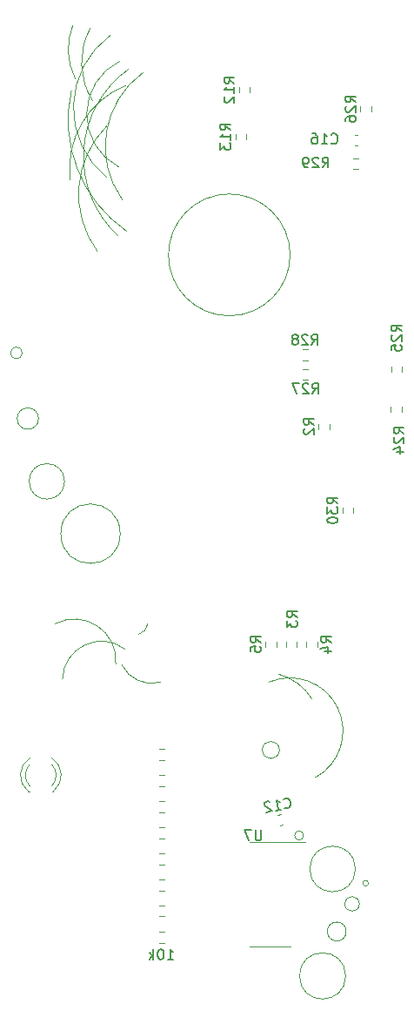
<source format=gbr>
G04 #@! TF.GenerationSoftware,KiCad,Pcbnew,7.0.9*
G04 #@! TF.CreationDate,2023-11-26T15:03:03-05:00*
G04 #@! TF.ProjectId,ESP32_AudioBoard_Rev3,45535033-325f-4417-9564-696f426f6172,rev?*
G04 #@! TF.SameCoordinates,Original*
G04 #@! TF.FileFunction,Legend,Bot*
G04 #@! TF.FilePolarity,Positive*
%FSLAX46Y46*%
G04 Gerber Fmt 4.6, Leading zero omitted, Abs format (unit mm)*
G04 Created by KiCad (PCBNEW 7.0.9) date 2023-11-26 15:03:03*
%MOMM*%
%LPD*%
G01*
G04 APERTURE LIST*
%ADD10C,0.120000*%
%ADD11C,0.150000*%
G04 APERTURE END LIST*
D10*
X19631681Y-27045938D02*
G75*
G03*
X25030000Y-40749999I12848319J-2854062D01*
G01*
X43377159Y-93855953D02*
G75*
G03*
X38840000Y-84580001I-2477159J4535953D01*
G01*
X25210001Y-24960001D02*
G75*
G03*
X24167420Y-41173609I6059999J-8529999D01*
G01*
X43050000Y-86210000D02*
G75*
G03*
X39795511Y-83795039I-4690000J-2920000D01*
G01*
X24383475Y-70140000D02*
G75*
G03*
X24383475Y-70140000I-2893475J0D01*
G01*
X16427545Y-58950000D02*
G75*
G03*
X16427545Y-58950000I-1037545J0D01*
G01*
X21497871Y-20951917D02*
G75*
G03*
X21710000Y-28060000I6002129J-3378083D01*
G01*
X26629527Y-25284658D02*
G75*
G03*
X24580002Y-37659999I5180473J-7215342D01*
G01*
X46379239Y-108820000D02*
G75*
G03*
X46379239Y-108820000I-919239J0D01*
G01*
X24356362Y-24186672D02*
G75*
G03*
X24230000Y-34470000I2513638J-5173328D01*
G01*
X23073414Y-30492286D02*
G75*
G03*
X22160001Y-42679999I6666586J-6627714D01*
G01*
X24534144Y-82878900D02*
G75*
G03*
X28310000Y-84580000I2905856J1408900D01*
G01*
X46324393Y-113140000D02*
G75*
G03*
X46324393Y-113140000I-2244393J0D01*
G01*
X23433717Y-21674388D02*
G75*
G03*
X23060001Y-35499999I5096283J-7055612D01*
G01*
X24860000Y-81370000D02*
G75*
G03*
X18764662Y-84313788I-2300000J-3020000D01*
G01*
X47280315Y-102740000D02*
G75*
G03*
X47280315Y-102740000I-2220315J0D01*
G01*
X42228406Y-99480000D02*
G75*
G03*
X42228406Y-99480000I-438406J0D01*
G01*
X47667248Y-106140000D02*
G75*
G03*
X47667248Y-106140000I-707248J0D01*
G01*
X40921934Y-43030000D02*
G75*
G03*
X40921934Y-43030000I-5921934J0D01*
G01*
X14858705Y-52560000D02*
G75*
G03*
X14858705Y-52560000I-578705J0D01*
G01*
X26186577Y-79910232D02*
G75*
G03*
X27059998Y-78930000I-326577J1170232D01*
G01*
X23949999Y-82830000D02*
G75*
G03*
X18068004Y-78883682I-4029999J350000D01*
G01*
X18962556Y-65050000D02*
G75*
G03*
X18962556Y-65050000I-1722556J0D01*
G01*
X24967243Y-26537094D02*
G75*
G03*
X19520000Y-35770000I3202757J-8112906D01*
G01*
X19770466Y-20690603D02*
G75*
G03*
X20010000Y-25900000I5889534J-2339397D01*
G01*
X39882406Y-91170000D02*
G75*
G03*
X39882406Y-91170000I-832406J0D01*
G01*
X48545862Y-104120000D02*
G75*
G03*
X48545862Y-104120000I-275862J0D01*
G01*
D11*
X28989411Y-111539819D02*
X29560839Y-111539819D01*
X29275125Y-111539819D02*
X29275125Y-110539819D01*
X29275125Y-110539819D02*
X29370363Y-110682676D01*
X29370363Y-110682676D02*
X29465601Y-110777914D01*
X29465601Y-110777914D02*
X29560839Y-110825533D01*
X28370363Y-110539819D02*
X28275125Y-110539819D01*
X28275125Y-110539819D02*
X28179887Y-110587438D01*
X28179887Y-110587438D02*
X28132268Y-110635057D01*
X28132268Y-110635057D02*
X28084649Y-110730295D01*
X28084649Y-110730295D02*
X28037030Y-110920771D01*
X28037030Y-110920771D02*
X28037030Y-111158866D01*
X28037030Y-111158866D02*
X28084649Y-111349342D01*
X28084649Y-111349342D02*
X28132268Y-111444580D01*
X28132268Y-111444580D02*
X28179887Y-111492200D01*
X28179887Y-111492200D02*
X28275125Y-111539819D01*
X28275125Y-111539819D02*
X28370363Y-111539819D01*
X28370363Y-111539819D02*
X28465601Y-111492200D01*
X28465601Y-111492200D02*
X28513220Y-111444580D01*
X28513220Y-111444580D02*
X28560839Y-111349342D01*
X28560839Y-111349342D02*
X28608458Y-111158866D01*
X28608458Y-111158866D02*
X28608458Y-110920771D01*
X28608458Y-110920771D02*
X28560839Y-110730295D01*
X28560839Y-110730295D02*
X28513220Y-110635057D01*
X28513220Y-110635057D02*
X28465601Y-110587438D01*
X28465601Y-110587438D02*
X28370363Y-110539819D01*
X27608458Y-111539819D02*
X27608458Y-110539819D01*
X27513220Y-111158866D02*
X27227506Y-111539819D01*
X27227506Y-110873152D02*
X27608458Y-111254104D01*
X44062857Y-34544819D02*
X44396190Y-34068628D01*
X44634285Y-34544819D02*
X44634285Y-33544819D01*
X44634285Y-33544819D02*
X44253333Y-33544819D01*
X44253333Y-33544819D02*
X44158095Y-33592438D01*
X44158095Y-33592438D02*
X44110476Y-33640057D01*
X44110476Y-33640057D02*
X44062857Y-33735295D01*
X44062857Y-33735295D02*
X44062857Y-33878152D01*
X44062857Y-33878152D02*
X44110476Y-33973390D01*
X44110476Y-33973390D02*
X44158095Y-34021009D01*
X44158095Y-34021009D02*
X44253333Y-34068628D01*
X44253333Y-34068628D02*
X44634285Y-34068628D01*
X43681904Y-33640057D02*
X43634285Y-33592438D01*
X43634285Y-33592438D02*
X43539047Y-33544819D01*
X43539047Y-33544819D02*
X43300952Y-33544819D01*
X43300952Y-33544819D02*
X43205714Y-33592438D01*
X43205714Y-33592438D02*
X43158095Y-33640057D01*
X43158095Y-33640057D02*
X43110476Y-33735295D01*
X43110476Y-33735295D02*
X43110476Y-33830533D01*
X43110476Y-33830533D02*
X43158095Y-33973390D01*
X43158095Y-33973390D02*
X43729523Y-34544819D01*
X43729523Y-34544819D02*
X43110476Y-34544819D01*
X42634285Y-34544819D02*
X42443809Y-34544819D01*
X42443809Y-34544819D02*
X42348571Y-34497200D01*
X42348571Y-34497200D02*
X42300952Y-34449580D01*
X42300952Y-34449580D02*
X42205714Y-34306723D01*
X42205714Y-34306723D02*
X42158095Y-34116247D01*
X42158095Y-34116247D02*
X42158095Y-33735295D01*
X42158095Y-33735295D02*
X42205714Y-33640057D01*
X42205714Y-33640057D02*
X42253333Y-33592438D01*
X42253333Y-33592438D02*
X42348571Y-33544819D01*
X42348571Y-33544819D02*
X42539047Y-33544819D01*
X42539047Y-33544819D02*
X42634285Y-33592438D01*
X42634285Y-33592438D02*
X42681904Y-33640057D01*
X42681904Y-33640057D02*
X42729523Y-33735295D01*
X42729523Y-33735295D02*
X42729523Y-33973390D01*
X42729523Y-33973390D02*
X42681904Y-34068628D01*
X42681904Y-34068628D02*
X42634285Y-34116247D01*
X42634285Y-34116247D02*
X42539047Y-34163866D01*
X42539047Y-34163866D02*
X42348571Y-34163866D01*
X42348571Y-34163866D02*
X42253333Y-34116247D01*
X42253333Y-34116247D02*
X42205714Y-34068628D01*
X42205714Y-34068628D02*
X42158095Y-33973390D01*
X43012857Y-51764819D02*
X43346190Y-51288628D01*
X43584285Y-51764819D02*
X43584285Y-50764819D01*
X43584285Y-50764819D02*
X43203333Y-50764819D01*
X43203333Y-50764819D02*
X43108095Y-50812438D01*
X43108095Y-50812438D02*
X43060476Y-50860057D01*
X43060476Y-50860057D02*
X43012857Y-50955295D01*
X43012857Y-50955295D02*
X43012857Y-51098152D01*
X43012857Y-51098152D02*
X43060476Y-51193390D01*
X43060476Y-51193390D02*
X43108095Y-51241009D01*
X43108095Y-51241009D02*
X43203333Y-51288628D01*
X43203333Y-51288628D02*
X43584285Y-51288628D01*
X42631904Y-50860057D02*
X42584285Y-50812438D01*
X42584285Y-50812438D02*
X42489047Y-50764819D01*
X42489047Y-50764819D02*
X42250952Y-50764819D01*
X42250952Y-50764819D02*
X42155714Y-50812438D01*
X42155714Y-50812438D02*
X42108095Y-50860057D01*
X42108095Y-50860057D02*
X42060476Y-50955295D01*
X42060476Y-50955295D02*
X42060476Y-51050533D01*
X42060476Y-51050533D02*
X42108095Y-51193390D01*
X42108095Y-51193390D02*
X42679523Y-51764819D01*
X42679523Y-51764819D02*
X42060476Y-51764819D01*
X41489047Y-51193390D02*
X41584285Y-51145771D01*
X41584285Y-51145771D02*
X41631904Y-51098152D01*
X41631904Y-51098152D02*
X41679523Y-51002914D01*
X41679523Y-51002914D02*
X41679523Y-50955295D01*
X41679523Y-50955295D02*
X41631904Y-50860057D01*
X41631904Y-50860057D02*
X41584285Y-50812438D01*
X41584285Y-50812438D02*
X41489047Y-50764819D01*
X41489047Y-50764819D02*
X41298571Y-50764819D01*
X41298571Y-50764819D02*
X41203333Y-50812438D01*
X41203333Y-50812438D02*
X41155714Y-50860057D01*
X41155714Y-50860057D02*
X41108095Y-50955295D01*
X41108095Y-50955295D02*
X41108095Y-51002914D01*
X41108095Y-51002914D02*
X41155714Y-51098152D01*
X41155714Y-51098152D02*
X41203333Y-51145771D01*
X41203333Y-51145771D02*
X41298571Y-51193390D01*
X41298571Y-51193390D02*
X41489047Y-51193390D01*
X41489047Y-51193390D02*
X41584285Y-51241009D01*
X41584285Y-51241009D02*
X41631904Y-51288628D01*
X41631904Y-51288628D02*
X41679523Y-51383866D01*
X41679523Y-51383866D02*
X41679523Y-51574342D01*
X41679523Y-51574342D02*
X41631904Y-51669580D01*
X41631904Y-51669580D02*
X41584285Y-51717200D01*
X41584285Y-51717200D02*
X41489047Y-51764819D01*
X41489047Y-51764819D02*
X41298571Y-51764819D01*
X41298571Y-51764819D02*
X41203333Y-51717200D01*
X41203333Y-51717200D02*
X41155714Y-51669580D01*
X41155714Y-51669580D02*
X41108095Y-51574342D01*
X41108095Y-51574342D02*
X41108095Y-51383866D01*
X41108095Y-51383866D02*
X41155714Y-51288628D01*
X41155714Y-51288628D02*
X41203333Y-51241009D01*
X41203333Y-51241009D02*
X41298571Y-51193390D01*
X41594819Y-78273333D02*
X41118628Y-77940000D01*
X41594819Y-77701905D02*
X40594819Y-77701905D01*
X40594819Y-77701905D02*
X40594819Y-78082857D01*
X40594819Y-78082857D02*
X40642438Y-78178095D01*
X40642438Y-78178095D02*
X40690057Y-78225714D01*
X40690057Y-78225714D02*
X40785295Y-78273333D01*
X40785295Y-78273333D02*
X40928152Y-78273333D01*
X40928152Y-78273333D02*
X41023390Y-78225714D01*
X41023390Y-78225714D02*
X41071009Y-78178095D01*
X41071009Y-78178095D02*
X41118628Y-78082857D01*
X41118628Y-78082857D02*
X41118628Y-77701905D01*
X40594819Y-78606667D02*
X40594819Y-79225714D01*
X40594819Y-79225714D02*
X40975771Y-78892381D01*
X40975771Y-78892381D02*
X40975771Y-79035238D01*
X40975771Y-79035238D02*
X41023390Y-79130476D01*
X41023390Y-79130476D02*
X41071009Y-79178095D01*
X41071009Y-79178095D02*
X41166247Y-79225714D01*
X41166247Y-79225714D02*
X41404342Y-79225714D01*
X41404342Y-79225714D02*
X41499580Y-79178095D01*
X41499580Y-79178095D02*
X41547200Y-79130476D01*
X41547200Y-79130476D02*
X41594819Y-79035238D01*
X41594819Y-79035238D02*
X41594819Y-78749524D01*
X41594819Y-78749524D02*
X41547200Y-78654286D01*
X41547200Y-78654286D02*
X41499580Y-78606667D01*
X35124819Y-30887142D02*
X34648628Y-30553809D01*
X35124819Y-30315714D02*
X34124819Y-30315714D01*
X34124819Y-30315714D02*
X34124819Y-30696666D01*
X34124819Y-30696666D02*
X34172438Y-30791904D01*
X34172438Y-30791904D02*
X34220057Y-30839523D01*
X34220057Y-30839523D02*
X34315295Y-30887142D01*
X34315295Y-30887142D02*
X34458152Y-30887142D01*
X34458152Y-30887142D02*
X34553390Y-30839523D01*
X34553390Y-30839523D02*
X34601009Y-30791904D01*
X34601009Y-30791904D02*
X34648628Y-30696666D01*
X34648628Y-30696666D02*
X34648628Y-30315714D01*
X35124819Y-31839523D02*
X35124819Y-31268095D01*
X35124819Y-31553809D02*
X34124819Y-31553809D01*
X34124819Y-31553809D02*
X34267676Y-31458571D01*
X34267676Y-31458571D02*
X34362914Y-31363333D01*
X34362914Y-31363333D02*
X34410533Y-31268095D01*
X34124819Y-32172857D02*
X34124819Y-32791904D01*
X34124819Y-32791904D02*
X34505771Y-32458571D01*
X34505771Y-32458571D02*
X34505771Y-32601428D01*
X34505771Y-32601428D02*
X34553390Y-32696666D01*
X34553390Y-32696666D02*
X34601009Y-32744285D01*
X34601009Y-32744285D02*
X34696247Y-32791904D01*
X34696247Y-32791904D02*
X34934342Y-32791904D01*
X34934342Y-32791904D02*
X35029580Y-32744285D01*
X35029580Y-32744285D02*
X35077200Y-32696666D01*
X35077200Y-32696666D02*
X35124819Y-32601428D01*
X35124819Y-32601428D02*
X35124819Y-32315714D01*
X35124819Y-32315714D02*
X35077200Y-32220476D01*
X35077200Y-32220476D02*
X35029580Y-32172857D01*
X43234819Y-59533333D02*
X42758628Y-59200000D01*
X43234819Y-58961905D02*
X42234819Y-58961905D01*
X42234819Y-58961905D02*
X42234819Y-59342857D01*
X42234819Y-59342857D02*
X42282438Y-59438095D01*
X42282438Y-59438095D02*
X42330057Y-59485714D01*
X42330057Y-59485714D02*
X42425295Y-59533333D01*
X42425295Y-59533333D02*
X42568152Y-59533333D01*
X42568152Y-59533333D02*
X42663390Y-59485714D01*
X42663390Y-59485714D02*
X42711009Y-59438095D01*
X42711009Y-59438095D02*
X42758628Y-59342857D01*
X42758628Y-59342857D02*
X42758628Y-58961905D01*
X42330057Y-59914286D02*
X42282438Y-59961905D01*
X42282438Y-59961905D02*
X42234819Y-60057143D01*
X42234819Y-60057143D02*
X42234819Y-60295238D01*
X42234819Y-60295238D02*
X42282438Y-60390476D01*
X42282438Y-60390476D02*
X42330057Y-60438095D01*
X42330057Y-60438095D02*
X42425295Y-60485714D01*
X42425295Y-60485714D02*
X42520533Y-60485714D01*
X42520533Y-60485714D02*
X42663390Y-60438095D01*
X42663390Y-60438095D02*
X43234819Y-59866667D01*
X43234819Y-59866667D02*
X43234819Y-60485714D01*
X44922857Y-32139580D02*
X44970476Y-32187200D01*
X44970476Y-32187200D02*
X45113333Y-32234819D01*
X45113333Y-32234819D02*
X45208571Y-32234819D01*
X45208571Y-32234819D02*
X45351428Y-32187200D01*
X45351428Y-32187200D02*
X45446666Y-32091961D01*
X45446666Y-32091961D02*
X45494285Y-31996723D01*
X45494285Y-31996723D02*
X45541904Y-31806247D01*
X45541904Y-31806247D02*
X45541904Y-31663390D01*
X45541904Y-31663390D02*
X45494285Y-31472914D01*
X45494285Y-31472914D02*
X45446666Y-31377676D01*
X45446666Y-31377676D02*
X45351428Y-31282438D01*
X45351428Y-31282438D02*
X45208571Y-31234819D01*
X45208571Y-31234819D02*
X45113333Y-31234819D01*
X45113333Y-31234819D02*
X44970476Y-31282438D01*
X44970476Y-31282438D02*
X44922857Y-31330057D01*
X43970476Y-32234819D02*
X44541904Y-32234819D01*
X44256190Y-32234819D02*
X44256190Y-31234819D01*
X44256190Y-31234819D02*
X44351428Y-31377676D01*
X44351428Y-31377676D02*
X44446666Y-31472914D01*
X44446666Y-31472914D02*
X44541904Y-31520533D01*
X43113333Y-31234819D02*
X43303809Y-31234819D01*
X43303809Y-31234819D02*
X43399047Y-31282438D01*
X43399047Y-31282438D02*
X43446666Y-31330057D01*
X43446666Y-31330057D02*
X43541904Y-31472914D01*
X43541904Y-31472914D02*
X43589523Y-31663390D01*
X43589523Y-31663390D02*
X43589523Y-32044342D01*
X43589523Y-32044342D02*
X43541904Y-32139580D01*
X43541904Y-32139580D02*
X43494285Y-32187200D01*
X43494285Y-32187200D02*
X43399047Y-32234819D01*
X43399047Y-32234819D02*
X43208571Y-32234819D01*
X43208571Y-32234819D02*
X43113333Y-32187200D01*
X43113333Y-32187200D02*
X43065714Y-32139580D01*
X43065714Y-32139580D02*
X43018095Y-32044342D01*
X43018095Y-32044342D02*
X43018095Y-31806247D01*
X43018095Y-31806247D02*
X43065714Y-31711009D01*
X43065714Y-31711009D02*
X43113333Y-31663390D01*
X43113333Y-31663390D02*
X43208571Y-31615771D01*
X43208571Y-31615771D02*
X43399047Y-31615771D01*
X43399047Y-31615771D02*
X43494285Y-31663390D01*
X43494285Y-31663390D02*
X43541904Y-31711009D01*
X43541904Y-31711009D02*
X43589523Y-31806247D01*
X35494819Y-26337142D02*
X35018628Y-26003809D01*
X35494819Y-25765714D02*
X34494819Y-25765714D01*
X34494819Y-25765714D02*
X34494819Y-26146666D01*
X34494819Y-26146666D02*
X34542438Y-26241904D01*
X34542438Y-26241904D02*
X34590057Y-26289523D01*
X34590057Y-26289523D02*
X34685295Y-26337142D01*
X34685295Y-26337142D02*
X34828152Y-26337142D01*
X34828152Y-26337142D02*
X34923390Y-26289523D01*
X34923390Y-26289523D02*
X34971009Y-26241904D01*
X34971009Y-26241904D02*
X35018628Y-26146666D01*
X35018628Y-26146666D02*
X35018628Y-25765714D01*
X35494819Y-27289523D02*
X35494819Y-26718095D01*
X35494819Y-27003809D02*
X34494819Y-27003809D01*
X34494819Y-27003809D02*
X34637676Y-26908571D01*
X34637676Y-26908571D02*
X34732914Y-26813333D01*
X34732914Y-26813333D02*
X34780533Y-26718095D01*
X34590057Y-27670476D02*
X34542438Y-27718095D01*
X34542438Y-27718095D02*
X34494819Y-27813333D01*
X34494819Y-27813333D02*
X34494819Y-28051428D01*
X34494819Y-28051428D02*
X34542438Y-28146666D01*
X34542438Y-28146666D02*
X34590057Y-28194285D01*
X34590057Y-28194285D02*
X34685295Y-28241904D01*
X34685295Y-28241904D02*
X34780533Y-28241904D01*
X34780533Y-28241904D02*
X34923390Y-28194285D01*
X34923390Y-28194285D02*
X35494819Y-27622857D01*
X35494819Y-27622857D02*
X35494819Y-28241904D01*
X45544819Y-67217142D02*
X45068628Y-66883809D01*
X45544819Y-66645714D02*
X44544819Y-66645714D01*
X44544819Y-66645714D02*
X44544819Y-67026666D01*
X44544819Y-67026666D02*
X44592438Y-67121904D01*
X44592438Y-67121904D02*
X44640057Y-67169523D01*
X44640057Y-67169523D02*
X44735295Y-67217142D01*
X44735295Y-67217142D02*
X44878152Y-67217142D01*
X44878152Y-67217142D02*
X44973390Y-67169523D01*
X44973390Y-67169523D02*
X45021009Y-67121904D01*
X45021009Y-67121904D02*
X45068628Y-67026666D01*
X45068628Y-67026666D02*
X45068628Y-66645714D01*
X44544819Y-67550476D02*
X44544819Y-68169523D01*
X44544819Y-68169523D02*
X44925771Y-67836190D01*
X44925771Y-67836190D02*
X44925771Y-67979047D01*
X44925771Y-67979047D02*
X44973390Y-68074285D01*
X44973390Y-68074285D02*
X45021009Y-68121904D01*
X45021009Y-68121904D02*
X45116247Y-68169523D01*
X45116247Y-68169523D02*
X45354342Y-68169523D01*
X45354342Y-68169523D02*
X45449580Y-68121904D01*
X45449580Y-68121904D02*
X45497200Y-68074285D01*
X45497200Y-68074285D02*
X45544819Y-67979047D01*
X45544819Y-67979047D02*
X45544819Y-67693333D01*
X45544819Y-67693333D02*
X45497200Y-67598095D01*
X45497200Y-67598095D02*
X45449580Y-67550476D01*
X44544819Y-68788571D02*
X44544819Y-68883809D01*
X44544819Y-68883809D02*
X44592438Y-68979047D01*
X44592438Y-68979047D02*
X44640057Y-69026666D01*
X44640057Y-69026666D02*
X44735295Y-69074285D01*
X44735295Y-69074285D02*
X44925771Y-69121904D01*
X44925771Y-69121904D02*
X45163866Y-69121904D01*
X45163866Y-69121904D02*
X45354342Y-69074285D01*
X45354342Y-69074285D02*
X45449580Y-69026666D01*
X45449580Y-69026666D02*
X45497200Y-68979047D01*
X45497200Y-68979047D02*
X45544819Y-68883809D01*
X45544819Y-68883809D02*
X45544819Y-68788571D01*
X45544819Y-68788571D02*
X45497200Y-68693333D01*
X45497200Y-68693333D02*
X45449580Y-68645714D01*
X45449580Y-68645714D02*
X45354342Y-68598095D01*
X45354342Y-68598095D02*
X45163866Y-68550476D01*
X45163866Y-68550476D02*
X44925771Y-68550476D01*
X44925771Y-68550476D02*
X44735295Y-68598095D01*
X44735295Y-68598095D02*
X44640057Y-68645714D01*
X44640057Y-68645714D02*
X44592438Y-68693333D01*
X44592438Y-68693333D02*
X44544819Y-68788571D01*
X44924819Y-80733333D02*
X44448628Y-80400000D01*
X44924819Y-80161905D02*
X43924819Y-80161905D01*
X43924819Y-80161905D02*
X43924819Y-80542857D01*
X43924819Y-80542857D02*
X43972438Y-80638095D01*
X43972438Y-80638095D02*
X44020057Y-80685714D01*
X44020057Y-80685714D02*
X44115295Y-80733333D01*
X44115295Y-80733333D02*
X44258152Y-80733333D01*
X44258152Y-80733333D02*
X44353390Y-80685714D01*
X44353390Y-80685714D02*
X44401009Y-80638095D01*
X44401009Y-80638095D02*
X44448628Y-80542857D01*
X44448628Y-80542857D02*
X44448628Y-80161905D01*
X44258152Y-81590476D02*
X44924819Y-81590476D01*
X43877200Y-81352381D02*
X44591485Y-81114286D01*
X44591485Y-81114286D02*
X44591485Y-81733333D01*
X51994819Y-60387142D02*
X51518628Y-60053809D01*
X51994819Y-59815714D02*
X50994819Y-59815714D01*
X50994819Y-59815714D02*
X50994819Y-60196666D01*
X50994819Y-60196666D02*
X51042438Y-60291904D01*
X51042438Y-60291904D02*
X51090057Y-60339523D01*
X51090057Y-60339523D02*
X51185295Y-60387142D01*
X51185295Y-60387142D02*
X51328152Y-60387142D01*
X51328152Y-60387142D02*
X51423390Y-60339523D01*
X51423390Y-60339523D02*
X51471009Y-60291904D01*
X51471009Y-60291904D02*
X51518628Y-60196666D01*
X51518628Y-60196666D02*
X51518628Y-59815714D01*
X51090057Y-60768095D02*
X51042438Y-60815714D01*
X51042438Y-60815714D02*
X50994819Y-60910952D01*
X50994819Y-60910952D02*
X50994819Y-61149047D01*
X50994819Y-61149047D02*
X51042438Y-61244285D01*
X51042438Y-61244285D02*
X51090057Y-61291904D01*
X51090057Y-61291904D02*
X51185295Y-61339523D01*
X51185295Y-61339523D02*
X51280533Y-61339523D01*
X51280533Y-61339523D02*
X51423390Y-61291904D01*
X51423390Y-61291904D02*
X51994819Y-60720476D01*
X51994819Y-60720476D02*
X51994819Y-61339523D01*
X51328152Y-62196666D02*
X51994819Y-62196666D01*
X50947200Y-61958571D02*
X51661485Y-61720476D01*
X51661485Y-61720476D02*
X51661485Y-62339523D01*
X43062857Y-56504819D02*
X43396190Y-56028628D01*
X43634285Y-56504819D02*
X43634285Y-55504819D01*
X43634285Y-55504819D02*
X43253333Y-55504819D01*
X43253333Y-55504819D02*
X43158095Y-55552438D01*
X43158095Y-55552438D02*
X43110476Y-55600057D01*
X43110476Y-55600057D02*
X43062857Y-55695295D01*
X43062857Y-55695295D02*
X43062857Y-55838152D01*
X43062857Y-55838152D02*
X43110476Y-55933390D01*
X43110476Y-55933390D02*
X43158095Y-55981009D01*
X43158095Y-55981009D02*
X43253333Y-56028628D01*
X43253333Y-56028628D02*
X43634285Y-56028628D01*
X42681904Y-55600057D02*
X42634285Y-55552438D01*
X42634285Y-55552438D02*
X42539047Y-55504819D01*
X42539047Y-55504819D02*
X42300952Y-55504819D01*
X42300952Y-55504819D02*
X42205714Y-55552438D01*
X42205714Y-55552438D02*
X42158095Y-55600057D01*
X42158095Y-55600057D02*
X42110476Y-55695295D01*
X42110476Y-55695295D02*
X42110476Y-55790533D01*
X42110476Y-55790533D02*
X42158095Y-55933390D01*
X42158095Y-55933390D02*
X42729523Y-56504819D01*
X42729523Y-56504819D02*
X42110476Y-56504819D01*
X41777142Y-55504819D02*
X41110476Y-55504819D01*
X41110476Y-55504819D02*
X41539047Y-56504819D01*
X38121904Y-98964819D02*
X38121904Y-99774342D01*
X38121904Y-99774342D02*
X38074285Y-99869580D01*
X38074285Y-99869580D02*
X38026666Y-99917200D01*
X38026666Y-99917200D02*
X37931428Y-99964819D01*
X37931428Y-99964819D02*
X37740952Y-99964819D01*
X37740952Y-99964819D02*
X37645714Y-99917200D01*
X37645714Y-99917200D02*
X37598095Y-99869580D01*
X37598095Y-99869580D02*
X37550476Y-99774342D01*
X37550476Y-99774342D02*
X37550476Y-98964819D01*
X37169523Y-98964819D02*
X36502857Y-98964819D01*
X36502857Y-98964819D02*
X36931428Y-99964819D01*
X51754819Y-50447142D02*
X51278628Y-50113809D01*
X51754819Y-49875714D02*
X50754819Y-49875714D01*
X50754819Y-49875714D02*
X50754819Y-50256666D01*
X50754819Y-50256666D02*
X50802438Y-50351904D01*
X50802438Y-50351904D02*
X50850057Y-50399523D01*
X50850057Y-50399523D02*
X50945295Y-50447142D01*
X50945295Y-50447142D02*
X51088152Y-50447142D01*
X51088152Y-50447142D02*
X51183390Y-50399523D01*
X51183390Y-50399523D02*
X51231009Y-50351904D01*
X51231009Y-50351904D02*
X51278628Y-50256666D01*
X51278628Y-50256666D02*
X51278628Y-49875714D01*
X50850057Y-50828095D02*
X50802438Y-50875714D01*
X50802438Y-50875714D02*
X50754819Y-50970952D01*
X50754819Y-50970952D02*
X50754819Y-51209047D01*
X50754819Y-51209047D02*
X50802438Y-51304285D01*
X50802438Y-51304285D02*
X50850057Y-51351904D01*
X50850057Y-51351904D02*
X50945295Y-51399523D01*
X50945295Y-51399523D02*
X51040533Y-51399523D01*
X51040533Y-51399523D02*
X51183390Y-51351904D01*
X51183390Y-51351904D02*
X51754819Y-50780476D01*
X51754819Y-50780476D02*
X51754819Y-51399523D01*
X50754819Y-52304285D02*
X50754819Y-51828095D01*
X50754819Y-51828095D02*
X51231009Y-51780476D01*
X51231009Y-51780476D02*
X51183390Y-51828095D01*
X51183390Y-51828095D02*
X51135771Y-51923333D01*
X51135771Y-51923333D02*
X51135771Y-52161428D01*
X51135771Y-52161428D02*
X51183390Y-52256666D01*
X51183390Y-52256666D02*
X51231009Y-52304285D01*
X51231009Y-52304285D02*
X51326247Y-52351904D01*
X51326247Y-52351904D02*
X51564342Y-52351904D01*
X51564342Y-52351904D02*
X51659580Y-52304285D01*
X51659580Y-52304285D02*
X51707200Y-52256666D01*
X51707200Y-52256666D02*
X51754819Y-52161428D01*
X51754819Y-52161428D02*
X51754819Y-51923333D01*
X51754819Y-51923333D02*
X51707200Y-51828095D01*
X51707200Y-51828095D02*
X51659580Y-51780476D01*
X40407214Y-96794212D02*
X40462378Y-96832838D01*
X40462378Y-96832838D02*
X40611334Y-96854927D01*
X40611334Y-96854927D02*
X40705125Y-96838389D01*
X40705125Y-96838389D02*
X40837543Y-96766687D01*
X40837543Y-96766687D02*
X40914797Y-96656357D01*
X40914797Y-96656357D02*
X40945154Y-96554297D01*
X40945154Y-96554297D02*
X40958974Y-96358446D01*
X40958974Y-96358446D02*
X40934167Y-96217759D01*
X40934167Y-96217759D02*
X40854196Y-96038446D01*
X40854196Y-96038446D02*
X40790762Y-95952923D01*
X40790762Y-95952923D02*
X40680433Y-95875670D01*
X40680433Y-95875670D02*
X40531477Y-95853581D01*
X40531477Y-95853581D02*
X40437686Y-95870119D01*
X40437686Y-95870119D02*
X40305268Y-95941822D01*
X40305268Y-95941822D02*
X40266641Y-95996986D01*
X39485840Y-97053382D02*
X40048587Y-96954155D01*
X39767213Y-97003768D02*
X39593565Y-96018961D01*
X39593565Y-96018961D02*
X39712163Y-96143109D01*
X39712163Y-96143109D02*
X39822492Y-96220363D01*
X39822492Y-96220363D02*
X39924552Y-96250720D01*
X38953564Y-96228517D02*
X38898400Y-96189891D01*
X38898400Y-96189891D02*
X38796340Y-96159533D01*
X38796340Y-96159533D02*
X38561862Y-96200878D01*
X38561862Y-96200878D02*
X38476339Y-96264311D01*
X38476339Y-96264311D02*
X38437713Y-96319476D01*
X38437713Y-96319476D02*
X38407355Y-96421536D01*
X38407355Y-96421536D02*
X38423893Y-96515327D01*
X38423893Y-96515327D02*
X38495595Y-96647745D01*
X38495595Y-96647745D02*
X39157570Y-97111265D01*
X39157570Y-97111265D02*
X38547927Y-97218761D01*
X38074819Y-80713333D02*
X37598628Y-80380000D01*
X38074819Y-80141905D02*
X37074819Y-80141905D01*
X37074819Y-80141905D02*
X37074819Y-80522857D01*
X37074819Y-80522857D02*
X37122438Y-80618095D01*
X37122438Y-80618095D02*
X37170057Y-80665714D01*
X37170057Y-80665714D02*
X37265295Y-80713333D01*
X37265295Y-80713333D02*
X37408152Y-80713333D01*
X37408152Y-80713333D02*
X37503390Y-80665714D01*
X37503390Y-80665714D02*
X37551009Y-80618095D01*
X37551009Y-80618095D02*
X37598628Y-80522857D01*
X37598628Y-80522857D02*
X37598628Y-80141905D01*
X37074819Y-81618095D02*
X37074819Y-81141905D01*
X37074819Y-81141905D02*
X37551009Y-81094286D01*
X37551009Y-81094286D02*
X37503390Y-81141905D01*
X37503390Y-81141905D02*
X37455771Y-81237143D01*
X37455771Y-81237143D02*
X37455771Y-81475238D01*
X37455771Y-81475238D02*
X37503390Y-81570476D01*
X37503390Y-81570476D02*
X37551009Y-81618095D01*
X37551009Y-81618095D02*
X37646247Y-81665714D01*
X37646247Y-81665714D02*
X37884342Y-81665714D01*
X37884342Y-81665714D02*
X37979580Y-81618095D01*
X37979580Y-81618095D02*
X38027200Y-81570476D01*
X38027200Y-81570476D02*
X38074819Y-81475238D01*
X38074819Y-81475238D02*
X38074819Y-81237143D01*
X38074819Y-81237143D02*
X38027200Y-81141905D01*
X38027200Y-81141905D02*
X37979580Y-81094286D01*
X47304819Y-28187142D02*
X46828628Y-27853809D01*
X47304819Y-27615714D02*
X46304819Y-27615714D01*
X46304819Y-27615714D02*
X46304819Y-27996666D01*
X46304819Y-27996666D02*
X46352438Y-28091904D01*
X46352438Y-28091904D02*
X46400057Y-28139523D01*
X46400057Y-28139523D02*
X46495295Y-28187142D01*
X46495295Y-28187142D02*
X46638152Y-28187142D01*
X46638152Y-28187142D02*
X46733390Y-28139523D01*
X46733390Y-28139523D02*
X46781009Y-28091904D01*
X46781009Y-28091904D02*
X46828628Y-27996666D01*
X46828628Y-27996666D02*
X46828628Y-27615714D01*
X46400057Y-28568095D02*
X46352438Y-28615714D01*
X46352438Y-28615714D02*
X46304819Y-28710952D01*
X46304819Y-28710952D02*
X46304819Y-28949047D01*
X46304819Y-28949047D02*
X46352438Y-29044285D01*
X46352438Y-29044285D02*
X46400057Y-29091904D01*
X46400057Y-29091904D02*
X46495295Y-29139523D01*
X46495295Y-29139523D02*
X46590533Y-29139523D01*
X46590533Y-29139523D02*
X46733390Y-29091904D01*
X46733390Y-29091904D02*
X47304819Y-28520476D01*
X47304819Y-28520476D02*
X47304819Y-29139523D01*
X46304819Y-29996666D02*
X46304819Y-29806190D01*
X46304819Y-29806190D02*
X46352438Y-29710952D01*
X46352438Y-29710952D02*
X46400057Y-29663333D01*
X46400057Y-29663333D02*
X46542914Y-29568095D01*
X46542914Y-29568095D02*
X46733390Y-29520476D01*
X46733390Y-29520476D02*
X47114342Y-29520476D01*
X47114342Y-29520476D02*
X47209580Y-29568095D01*
X47209580Y-29568095D02*
X47257200Y-29615714D01*
X47257200Y-29615714D02*
X47304819Y-29710952D01*
X47304819Y-29710952D02*
X47304819Y-29901428D01*
X47304819Y-29901428D02*
X47257200Y-29996666D01*
X47257200Y-29996666D02*
X47209580Y-30044285D01*
X47209580Y-30044285D02*
X47114342Y-30091904D01*
X47114342Y-30091904D02*
X46876247Y-30091904D01*
X46876247Y-30091904D02*
X46781009Y-30044285D01*
X46781009Y-30044285D02*
X46733390Y-29996666D01*
X46733390Y-29996666D02*
X46685771Y-29901428D01*
X46685771Y-29901428D02*
X46685771Y-29710952D01*
X46685771Y-29710952D02*
X46733390Y-29615714D01*
X46733390Y-29615714D02*
X46781009Y-29568095D01*
X46781009Y-29568095D02*
X46876247Y-29520476D01*
D10*
X47035276Y-33627500D02*
X47544724Y-33627500D01*
X47035276Y-34672500D02*
X47544724Y-34672500D01*
X42624724Y-53262500D02*
X42115276Y-53262500D01*
X42624724Y-52217500D02*
X42115276Y-52217500D01*
X40517496Y-81144726D02*
X40517496Y-80635278D01*
X41562496Y-81144726D02*
X41562496Y-80635278D01*
X35627500Y-31824724D02*
X35627500Y-31315276D01*
X36672500Y-31824724D02*
X36672500Y-31315276D01*
X28175276Y-96167500D02*
X28684724Y-96167500D01*
X28175276Y-97212500D02*
X28684724Y-97212500D01*
X44732500Y-59445276D02*
X44732500Y-59954724D01*
X43687500Y-59445276D02*
X43687500Y-59954724D01*
X47476267Y-32380000D02*
X47183733Y-32380000D01*
X47476267Y-31360000D02*
X47183733Y-31360000D01*
X36992500Y-26725276D02*
X36992500Y-27234724D01*
X35947500Y-26725276D02*
X35947500Y-27234724D01*
X47042500Y-67605276D02*
X47042500Y-68114724D01*
X45997500Y-67605276D02*
X45997500Y-68114724D01*
X28195276Y-98707500D02*
X28704724Y-98707500D01*
X28195276Y-99752500D02*
X28704724Y-99752500D01*
X15570000Y-95185000D02*
X15414000Y-95185000D01*
X17886000Y-95185000D02*
X17730000Y-95185000D01*
X15571392Y-91952666D02*
G75*
G03*
X15414485Y-95184999I1078608J-1672334D01*
G01*
X15570164Y-92583871D02*
G75*
G03*
X15570001Y-94665960I1079836J-1041129D01*
G01*
X17729999Y-94665960D02*
G75*
G03*
X17729836Y-92583871I-1079999J1040960D01*
G01*
X17885515Y-95184999D02*
G75*
G03*
X17728608Y-91952666I-1235515J1559999D01*
G01*
X42517500Y-81154724D02*
X42517500Y-80645276D01*
X43562500Y-81154724D02*
X43562500Y-80645276D01*
X28185276Y-93627500D02*
X28694724Y-93627500D01*
X28185276Y-94672500D02*
X28694724Y-94672500D01*
X50727500Y-58324724D02*
X50727500Y-57815276D01*
X51772500Y-58324724D02*
X51772500Y-57815276D01*
X28165276Y-101237500D02*
X28674724Y-101237500D01*
X28165276Y-102282500D02*
X28674724Y-102282500D01*
X28165276Y-108877500D02*
X28674724Y-108877500D01*
X28165276Y-109922500D02*
X28674724Y-109922500D01*
X42644724Y-55202500D02*
X42135276Y-55202500D01*
X42644724Y-54157500D02*
X42135276Y-54157500D01*
X38970000Y-110275000D02*
X40920000Y-110275000D01*
X38970000Y-110275000D02*
X37020000Y-110275000D01*
X38970000Y-100155000D02*
X42420000Y-100155000D01*
X38970000Y-100155000D02*
X37020000Y-100155000D01*
X51802500Y-53855276D02*
X51802500Y-54364724D01*
X50757500Y-53855276D02*
X50757500Y-54364724D01*
X40192605Y-98436853D02*
X39904516Y-98487651D01*
X40015484Y-97432349D02*
X39727395Y-97483147D01*
X28175276Y-103787500D02*
X28684724Y-103787500D01*
X28175276Y-104832500D02*
X28684724Y-104832500D01*
X39572500Y-80625276D02*
X39572500Y-81134724D01*
X38527500Y-80625276D02*
X38527500Y-81134724D01*
X48802500Y-28575276D02*
X48802500Y-29084724D01*
X47757500Y-28575276D02*
X47757500Y-29084724D01*
X28205276Y-91087500D02*
X28714724Y-91087500D01*
X28205276Y-92132500D02*
X28714724Y-92132500D01*
X28195276Y-106307500D02*
X28704724Y-106307500D01*
X28195276Y-107352500D02*
X28704724Y-107352500D01*
M02*

</source>
